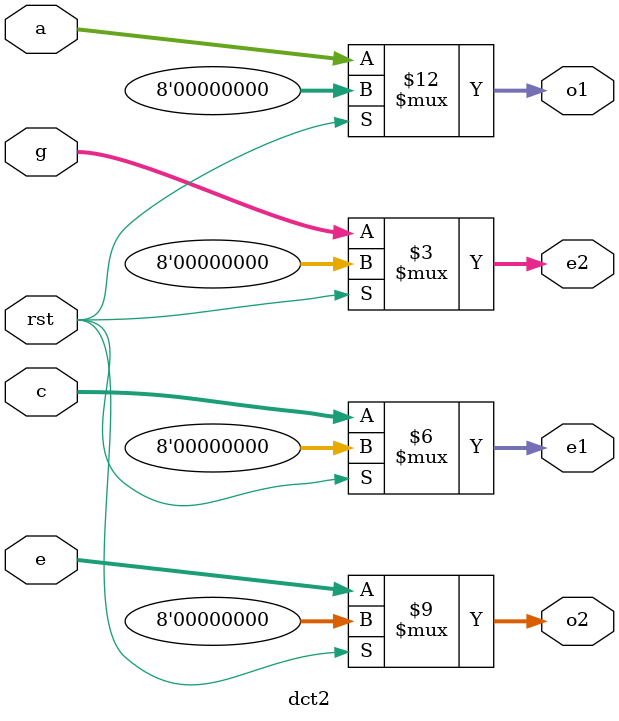
<source format=v>
`timescale 1ns / 1ps
   module dct2(
input [7:0] a,c,e,g,
input rst,
output reg [7:0] o1,output reg [7:0] o2,
output reg [7:0] e1,output reg [7:0] e2 
);
always@(a,c,e,g,rst)
begin
  if(rst)
  begin 
   o1<=0;
	o2<=0;
	e1<=0;
	e2<=0;
	end
else 
  begin
   o1<=a;
   o2<=e;
   e1<=c;
   e2<=g;
end
end
endmodule

</source>
